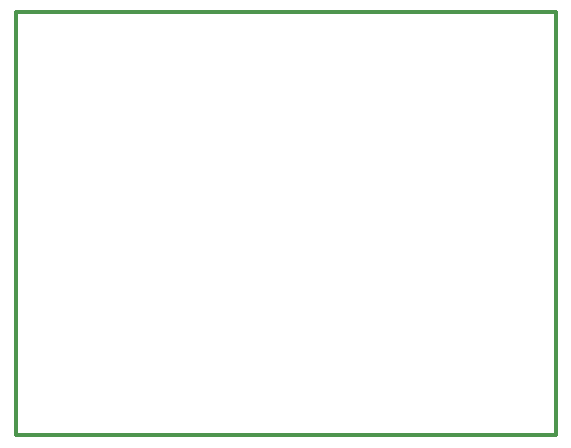
<source format=gm1>
%FSLAX25Y25*%
%MOIN*%
G70*
G01*
G75*
G04 Layer_Color=16711935*
%ADD10R,0.04724X0.05512*%
%ADD11R,0.04724X0.04724*%
%ADD12O,0.03937X0.01181*%
%ADD13R,0.03937X0.01181*%
%ADD14R,0.05906X0.05512*%
%ADD15R,0.02992X0.04724*%
%ADD16R,0.05512X0.05906*%
%ADD17C,0.01300*%
%ADD18C,0.01000*%
%ADD19R,0.05906X0.05906*%
%ADD20C,0.05906*%
%ADD21R,0.11000X0.06000*%
%ADD22O,0.11000X0.06000*%
%ADD23R,0.05000X0.05000*%
%ADD24C,0.05000*%
%ADD25C,0.05512*%
%ADD26R,0.05512X0.05512*%
%ADD27R,0.05512X0.04724*%
%ADD28R,0.05906X0.15748*%
%ADD29O,0.04331X0.02559*%
%ADD30R,0.04331X0.02559*%
D17*
X542Y362D02*
Y141459D01*
X180542D01*
Y362D02*
Y141459D01*
X542Y362D02*
X180542D01*
M02*

</source>
